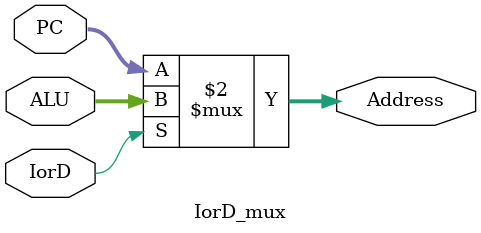
<source format=sv>
module IorD_mux #(parameter  DEPTHI = 8)
(
    input  reg  [(DEPTHI-1):0] PC,       //read PC
    input  reg  [(DEPTHI-1):0] ALU,      //read ALU
    input  reg                 IorD,     //Bit of Control
    output wire [(DEPTHI-1):0] Address   //Write Address
);

    assign Address = !IorD ? PC:ALU;     //Multiplexer


endmodule

</source>
